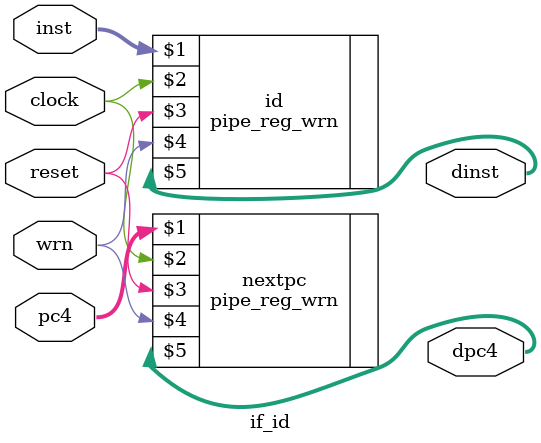
<source format=v>
`include "pipe_reg_wrn.v"
module if_id(pc4, inst, clock, reset, wrn,dpc4, dinst);
	input [31:0] pc4; 
    input [31:0] inst; 
    input 	clock;
    input 	reset;
	input   wrn;
	output [31:0] dpc4; 
	output [31:0] dinst;

	pipe_reg_wrn nextpc(pc4,clock,reset,wrn,dpc4);
	pipe_reg_wrn id(inst,clock,reset,wrn,dinst);
endmodule
		
	    
	    
</source>
